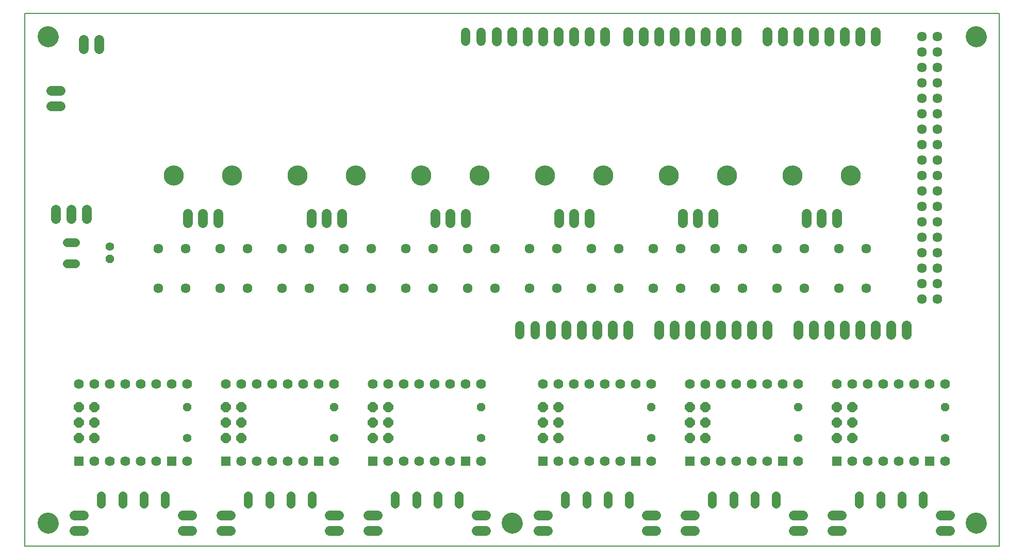
<source format=gbs>
G75*
%MOIN*%
%OFA0B0*%
%FSLAX25Y25*%
%IPPOS*%
%LPD*%
%AMOC8*
5,1,8,0,0,1.08239X$1,22.5*
%
%ADD10C,0.00600*%
%ADD11C,0.05600*%
%ADD12OC8,0.05600*%
%ADD13OC8,0.06400*%
%ADD14C,0.06400*%
%ADD15C,0.06400*%
%ADD16R,0.06400X0.06400*%
%ADD17C,0.06337*%
%ADD18C,0.13061*%
%ADD19C,0.06337*%
%ADD20C,0.05746*%
%ADD21C,0.06000*%
%ADD22C,0.00000*%
%ADD23C,0.13400*%
D10*
X0047595Y0011551D02*
X0677595Y0011551D01*
X0677595Y0356551D01*
X0047595Y0356551D01*
X0047595Y0011551D01*
D11*
X0152595Y0081551D03*
X0247595Y0081551D03*
X0342595Y0081551D03*
X0452595Y0081551D03*
X0547595Y0081551D03*
X0642595Y0081551D03*
X0102595Y0205551D03*
D12*
X0102595Y0197551D03*
X0152595Y0101551D03*
X0247595Y0101551D03*
X0342595Y0101551D03*
X0452595Y0101551D03*
X0547595Y0101551D03*
X0642595Y0101551D03*
D13*
X0582595Y0101551D03*
X0572595Y0101551D03*
X0572595Y0091551D03*
X0582595Y0091551D03*
X0582595Y0081551D03*
X0572595Y0081551D03*
X0487595Y0081551D03*
X0477595Y0081551D03*
X0477595Y0091551D03*
X0487595Y0091551D03*
X0487595Y0101551D03*
X0477595Y0101551D03*
X0392595Y0101551D03*
X0382595Y0101551D03*
X0382595Y0091551D03*
X0392595Y0091551D03*
X0392595Y0081551D03*
X0382595Y0081551D03*
X0282595Y0081551D03*
X0272595Y0081551D03*
X0272595Y0091551D03*
X0282595Y0091551D03*
X0282595Y0101551D03*
X0272595Y0101551D03*
X0187595Y0101551D03*
X0177595Y0101551D03*
X0177595Y0091551D03*
X0187595Y0091551D03*
X0187595Y0081551D03*
X0177595Y0081551D03*
X0092595Y0081551D03*
X0082595Y0081551D03*
X0082595Y0091551D03*
X0092595Y0091551D03*
X0092595Y0101551D03*
X0082595Y0101551D03*
D14*
X0079595Y0031551D02*
X0085595Y0031551D01*
X0085595Y0021551D02*
X0079595Y0021551D01*
X0149595Y0021551D02*
X0155595Y0021551D01*
X0155595Y0031551D02*
X0149595Y0031551D01*
X0174595Y0031551D02*
X0180595Y0031551D01*
X0180595Y0021551D02*
X0174595Y0021551D01*
X0244595Y0021551D02*
X0250595Y0021551D01*
X0250595Y0031551D02*
X0244595Y0031551D01*
X0269595Y0031551D02*
X0275595Y0031551D01*
X0275595Y0021551D02*
X0269595Y0021551D01*
X0339595Y0021551D02*
X0345595Y0021551D01*
X0345595Y0031551D02*
X0339595Y0031551D01*
X0379595Y0031551D02*
X0385595Y0031551D01*
X0385595Y0021551D02*
X0379595Y0021551D01*
X0449595Y0021551D02*
X0455595Y0021551D01*
X0474595Y0021551D02*
X0480595Y0021551D01*
X0480595Y0031551D02*
X0474595Y0031551D01*
X0455595Y0031551D02*
X0449595Y0031551D01*
X0544595Y0031551D02*
X0550595Y0031551D01*
X0569595Y0031551D02*
X0575595Y0031551D01*
X0575595Y0021551D02*
X0569595Y0021551D01*
X0550595Y0021551D02*
X0544595Y0021551D01*
X0639595Y0021551D02*
X0645595Y0021551D01*
X0645595Y0031551D02*
X0639595Y0031551D01*
X0095595Y0333551D02*
X0095595Y0339551D01*
X0085595Y0339551D02*
X0085595Y0333551D01*
X0070595Y0306551D02*
X0064595Y0306551D01*
X0064595Y0296551D02*
X0070595Y0296551D01*
D15*
X0082595Y0116551D03*
X0092595Y0116551D03*
X0102595Y0116551D03*
X0112595Y0116551D03*
X0122595Y0116551D03*
X0132595Y0116551D03*
X0142595Y0116551D03*
X0152595Y0116551D03*
X0177595Y0116551D03*
X0187595Y0116551D03*
X0197595Y0116551D03*
X0207595Y0116551D03*
X0217595Y0116551D03*
X0227595Y0116551D03*
X0237595Y0116551D03*
X0247595Y0116551D03*
X0272595Y0116551D03*
X0282595Y0116551D03*
X0292595Y0116551D03*
X0302595Y0116551D03*
X0312595Y0116551D03*
X0322595Y0116551D03*
X0332595Y0116551D03*
X0342595Y0116551D03*
X0382595Y0116551D03*
X0392595Y0116551D03*
X0402595Y0116551D03*
X0412595Y0116551D03*
X0422595Y0116551D03*
X0432595Y0116551D03*
X0442595Y0116551D03*
X0452595Y0116551D03*
X0477595Y0116551D03*
X0487595Y0116551D03*
X0497595Y0116551D03*
X0507595Y0116551D03*
X0517595Y0116551D03*
X0527595Y0116551D03*
X0537595Y0116551D03*
X0547595Y0116551D03*
X0572595Y0116551D03*
X0582595Y0116551D03*
X0592595Y0116551D03*
X0602595Y0116551D03*
X0612595Y0116551D03*
X0622595Y0116551D03*
X0632595Y0116551D03*
X0642595Y0116551D03*
X0642595Y0066551D03*
X0622595Y0066551D03*
X0612595Y0066551D03*
X0602595Y0066551D03*
X0592595Y0066551D03*
X0582595Y0066551D03*
X0547595Y0066551D03*
X0527595Y0066551D03*
X0517595Y0066551D03*
X0507595Y0066551D03*
X0497595Y0066551D03*
X0487595Y0066551D03*
X0452595Y0066551D03*
X0432595Y0066551D03*
X0422595Y0066551D03*
X0412595Y0066551D03*
X0402595Y0066551D03*
X0392595Y0066551D03*
X0342595Y0066551D03*
X0322595Y0066551D03*
X0312595Y0066551D03*
X0302595Y0066551D03*
X0292595Y0066551D03*
X0282595Y0066551D03*
X0247595Y0066551D03*
X0227595Y0066551D03*
X0217595Y0066551D03*
X0207595Y0066551D03*
X0197595Y0066551D03*
X0187595Y0066551D03*
X0152595Y0066551D03*
X0132595Y0066551D03*
X0122595Y0066551D03*
X0112595Y0066551D03*
X0102595Y0066551D03*
X0092595Y0066551D03*
D16*
X0082595Y0066551D03*
X0142595Y0066551D03*
X0177595Y0066551D03*
X0237595Y0066551D03*
X0272595Y0066551D03*
X0332595Y0066551D03*
X0382595Y0066551D03*
X0442595Y0066551D03*
X0477595Y0066551D03*
X0537595Y0066551D03*
X0572595Y0066551D03*
X0632595Y0066551D03*
D17*
X0617595Y0148583D02*
X0617595Y0154520D01*
X0607595Y0154520D02*
X0607595Y0148583D01*
X0597595Y0148583D02*
X0597595Y0154520D01*
X0587595Y0154520D02*
X0587595Y0148583D01*
X0577595Y0148583D02*
X0577595Y0154520D01*
X0567595Y0154520D02*
X0567595Y0148583D01*
X0557595Y0148583D02*
X0557595Y0154520D01*
X0547595Y0154520D02*
X0547595Y0148583D01*
X0527595Y0148583D02*
X0527595Y0154520D01*
X0517595Y0154520D02*
X0517595Y0148583D01*
X0507595Y0148583D02*
X0507595Y0154520D01*
X0497595Y0154520D02*
X0497595Y0148583D01*
X0487595Y0148583D02*
X0487595Y0154520D01*
X0477595Y0154520D02*
X0477595Y0148583D01*
X0467595Y0148583D02*
X0467595Y0154520D01*
X0457595Y0154520D02*
X0457595Y0148583D01*
X0437595Y0148583D02*
X0437595Y0154520D01*
X0427595Y0154520D02*
X0427595Y0148583D01*
X0417595Y0148583D02*
X0417595Y0154520D01*
X0407595Y0154520D02*
X0407595Y0148583D01*
X0397595Y0148583D02*
X0397595Y0154520D01*
X0387595Y0154520D02*
X0387595Y0148583D01*
X0392753Y0221024D02*
X0392753Y0226961D01*
X0402595Y0226961D02*
X0402595Y0221024D01*
X0412438Y0221024D02*
X0412438Y0226961D01*
X0472753Y0226961D02*
X0472753Y0221024D01*
X0482595Y0221024D02*
X0482595Y0226961D01*
X0492438Y0226961D02*
X0492438Y0221024D01*
X0552753Y0221024D02*
X0552753Y0226961D01*
X0562595Y0226961D02*
X0562595Y0221024D01*
X0572438Y0221024D02*
X0572438Y0226961D01*
X0567595Y0338583D02*
X0567595Y0344520D01*
X0557595Y0344520D02*
X0557595Y0338583D01*
X0547595Y0338583D02*
X0547595Y0344520D01*
X0537595Y0344520D02*
X0537595Y0338583D01*
X0527595Y0338583D02*
X0527595Y0344520D01*
X0507595Y0344520D02*
X0507595Y0338583D01*
X0497595Y0338583D02*
X0497595Y0344520D01*
X0487595Y0344520D02*
X0487595Y0338583D01*
X0477595Y0338583D02*
X0477595Y0344520D01*
X0467595Y0344520D02*
X0467595Y0338583D01*
X0457595Y0338583D02*
X0457595Y0344520D01*
X0447595Y0344520D02*
X0447595Y0338583D01*
X0437595Y0338583D02*
X0437595Y0344520D01*
X0422595Y0344520D02*
X0422595Y0338583D01*
X0412595Y0338583D02*
X0412595Y0344520D01*
X0402595Y0344520D02*
X0402595Y0338583D01*
X0392595Y0338583D02*
X0392595Y0344520D01*
X0382595Y0344520D02*
X0382595Y0338583D01*
X0372595Y0338583D02*
X0372595Y0344520D01*
X0362595Y0344520D02*
X0362595Y0338583D01*
X0352595Y0338583D02*
X0352595Y0344520D01*
X0332438Y0226961D02*
X0332438Y0221024D01*
X0322595Y0221024D02*
X0322595Y0226961D01*
X0312753Y0226961D02*
X0312753Y0221024D01*
X0252438Y0221024D02*
X0252438Y0226961D01*
X0242595Y0226961D02*
X0242595Y0221024D01*
X0232753Y0221024D02*
X0232753Y0226961D01*
X0172438Y0226961D02*
X0172438Y0221024D01*
X0162595Y0221024D02*
X0162595Y0226961D01*
X0152753Y0226961D02*
X0152753Y0221024D01*
X0087595Y0223583D02*
X0087595Y0229520D01*
X0077595Y0229520D02*
X0077595Y0223583D01*
X0067595Y0223583D02*
X0067595Y0229520D01*
X0577595Y0338583D02*
X0577595Y0344520D01*
X0587595Y0344520D02*
X0587595Y0338583D01*
X0597595Y0338583D02*
X0597595Y0344520D01*
D18*
X0581493Y0251551D03*
X0543698Y0251551D03*
X0501493Y0251551D03*
X0463698Y0251551D03*
X0421493Y0251551D03*
X0383698Y0251551D03*
X0341493Y0251551D03*
X0303698Y0251551D03*
X0261493Y0251551D03*
X0223698Y0251551D03*
X0181493Y0251551D03*
X0143698Y0251551D03*
D19*
X0151453Y0204346D03*
X0133737Y0204268D03*
X0133737Y0178756D03*
X0151453Y0178756D03*
X0173737Y0178756D03*
X0191453Y0178756D03*
X0213737Y0178756D03*
X0231453Y0178756D03*
X0253737Y0178756D03*
X0271453Y0178756D03*
X0293737Y0178756D03*
X0311453Y0178756D03*
X0333737Y0178756D03*
X0351453Y0178756D03*
X0373737Y0178756D03*
X0391453Y0178756D03*
X0413737Y0178756D03*
X0431453Y0178756D03*
X0453737Y0178756D03*
X0471453Y0178756D03*
X0493737Y0178756D03*
X0511453Y0178756D03*
X0533737Y0178756D03*
X0551453Y0178756D03*
X0573737Y0178756D03*
X0591453Y0178756D03*
X0627595Y0181551D03*
X0637595Y0181551D03*
X0637595Y0191551D03*
X0627595Y0191551D03*
X0627595Y0201551D03*
X0637595Y0201551D03*
X0637595Y0211551D03*
X0627595Y0211551D03*
X0627595Y0221551D03*
X0637595Y0221551D03*
X0637595Y0231551D03*
X0627595Y0231551D03*
X0627595Y0241551D03*
X0637595Y0241551D03*
X0637595Y0251551D03*
X0627595Y0251551D03*
X0627595Y0261551D03*
X0637595Y0261551D03*
X0637595Y0271551D03*
X0627595Y0271551D03*
X0627595Y0281551D03*
X0637595Y0281551D03*
X0637595Y0291551D03*
X0627595Y0291551D03*
X0627595Y0301551D03*
X0637595Y0301551D03*
X0637595Y0311551D03*
X0627595Y0311551D03*
X0627595Y0321551D03*
X0637595Y0321551D03*
X0637595Y0331551D03*
X0627595Y0331551D03*
X0627595Y0341551D03*
X0637595Y0341551D03*
X0591453Y0204346D03*
X0573737Y0204268D03*
X0551453Y0204346D03*
X0533737Y0204268D03*
X0511453Y0204346D03*
X0493737Y0204268D03*
X0471453Y0204346D03*
X0453737Y0204268D03*
X0431453Y0204346D03*
X0413737Y0204268D03*
X0391453Y0204346D03*
X0373737Y0204268D03*
X0351453Y0204346D03*
X0333737Y0204268D03*
X0311453Y0204346D03*
X0293737Y0204268D03*
X0271453Y0204346D03*
X0253737Y0204268D03*
X0231453Y0204346D03*
X0213737Y0204268D03*
X0191453Y0204346D03*
X0173737Y0204268D03*
X0627595Y0171551D03*
X0637595Y0171551D03*
D20*
X0628264Y0044224D02*
X0628264Y0038878D01*
X0614485Y0038878D02*
X0614485Y0044224D01*
X0600705Y0044224D02*
X0600705Y0038878D01*
X0586926Y0038878D02*
X0586926Y0044224D01*
X0533264Y0044224D02*
X0533264Y0038878D01*
X0519485Y0038878D02*
X0519485Y0044224D01*
X0505705Y0044224D02*
X0505705Y0038878D01*
X0491926Y0038878D02*
X0491926Y0044224D01*
X0438264Y0044224D02*
X0438264Y0038878D01*
X0424485Y0038878D02*
X0424485Y0044224D01*
X0410705Y0044224D02*
X0410705Y0038878D01*
X0396926Y0038878D02*
X0396926Y0044224D01*
X0328264Y0044224D02*
X0328264Y0038878D01*
X0314485Y0038878D02*
X0314485Y0044224D01*
X0300705Y0044224D02*
X0300705Y0038878D01*
X0286926Y0038878D02*
X0286926Y0044224D01*
X0233264Y0044224D02*
X0233264Y0038878D01*
X0219485Y0038878D02*
X0219485Y0044224D01*
X0205705Y0044224D02*
X0205705Y0038878D01*
X0191926Y0038878D02*
X0191926Y0044224D01*
X0138264Y0044224D02*
X0138264Y0038878D01*
X0124485Y0038878D02*
X0124485Y0044224D01*
X0110705Y0044224D02*
X0110705Y0038878D01*
X0096926Y0038878D02*
X0096926Y0044224D01*
X0080268Y0194661D02*
X0074922Y0194661D01*
X0074922Y0208441D02*
X0080268Y0208441D01*
D21*
X0332595Y0338751D02*
X0332595Y0344351D01*
X0342595Y0344351D02*
X0342595Y0338751D01*
X0367595Y0154351D02*
X0367595Y0148751D01*
X0377595Y0148751D02*
X0377595Y0154351D01*
D22*
X0356095Y0026551D02*
X0356097Y0026712D01*
X0356103Y0026872D01*
X0356113Y0027033D01*
X0356127Y0027193D01*
X0356145Y0027353D01*
X0356166Y0027512D01*
X0356192Y0027671D01*
X0356222Y0027829D01*
X0356255Y0027986D01*
X0356293Y0028143D01*
X0356334Y0028298D01*
X0356379Y0028452D01*
X0356428Y0028605D01*
X0356481Y0028757D01*
X0356537Y0028908D01*
X0356598Y0029057D01*
X0356661Y0029205D01*
X0356729Y0029351D01*
X0356800Y0029495D01*
X0356874Y0029637D01*
X0356952Y0029778D01*
X0357034Y0029916D01*
X0357119Y0030053D01*
X0357207Y0030187D01*
X0357299Y0030319D01*
X0357394Y0030449D01*
X0357492Y0030577D01*
X0357593Y0030702D01*
X0357697Y0030824D01*
X0357804Y0030944D01*
X0357914Y0031061D01*
X0358027Y0031176D01*
X0358143Y0031287D01*
X0358262Y0031396D01*
X0358383Y0031501D01*
X0358507Y0031604D01*
X0358633Y0031704D01*
X0358761Y0031800D01*
X0358892Y0031893D01*
X0359026Y0031983D01*
X0359161Y0032070D01*
X0359299Y0032153D01*
X0359438Y0032233D01*
X0359580Y0032309D01*
X0359723Y0032382D01*
X0359868Y0032451D01*
X0360015Y0032517D01*
X0360163Y0032579D01*
X0360313Y0032637D01*
X0360464Y0032692D01*
X0360617Y0032743D01*
X0360771Y0032790D01*
X0360926Y0032833D01*
X0361082Y0032872D01*
X0361238Y0032908D01*
X0361396Y0032939D01*
X0361554Y0032967D01*
X0361713Y0032991D01*
X0361873Y0033011D01*
X0362033Y0033027D01*
X0362193Y0033039D01*
X0362354Y0033047D01*
X0362515Y0033051D01*
X0362675Y0033051D01*
X0362836Y0033047D01*
X0362997Y0033039D01*
X0363157Y0033027D01*
X0363317Y0033011D01*
X0363477Y0032991D01*
X0363636Y0032967D01*
X0363794Y0032939D01*
X0363952Y0032908D01*
X0364108Y0032872D01*
X0364264Y0032833D01*
X0364419Y0032790D01*
X0364573Y0032743D01*
X0364726Y0032692D01*
X0364877Y0032637D01*
X0365027Y0032579D01*
X0365175Y0032517D01*
X0365322Y0032451D01*
X0365467Y0032382D01*
X0365610Y0032309D01*
X0365752Y0032233D01*
X0365891Y0032153D01*
X0366029Y0032070D01*
X0366164Y0031983D01*
X0366298Y0031893D01*
X0366429Y0031800D01*
X0366557Y0031704D01*
X0366683Y0031604D01*
X0366807Y0031501D01*
X0366928Y0031396D01*
X0367047Y0031287D01*
X0367163Y0031176D01*
X0367276Y0031061D01*
X0367386Y0030944D01*
X0367493Y0030824D01*
X0367597Y0030702D01*
X0367698Y0030577D01*
X0367796Y0030449D01*
X0367891Y0030319D01*
X0367983Y0030187D01*
X0368071Y0030053D01*
X0368156Y0029916D01*
X0368238Y0029778D01*
X0368316Y0029637D01*
X0368390Y0029495D01*
X0368461Y0029351D01*
X0368529Y0029205D01*
X0368592Y0029057D01*
X0368653Y0028908D01*
X0368709Y0028757D01*
X0368762Y0028605D01*
X0368811Y0028452D01*
X0368856Y0028298D01*
X0368897Y0028143D01*
X0368935Y0027986D01*
X0368968Y0027829D01*
X0368998Y0027671D01*
X0369024Y0027512D01*
X0369045Y0027353D01*
X0369063Y0027193D01*
X0369077Y0027033D01*
X0369087Y0026872D01*
X0369093Y0026712D01*
X0369095Y0026551D01*
X0369093Y0026390D01*
X0369087Y0026230D01*
X0369077Y0026069D01*
X0369063Y0025909D01*
X0369045Y0025749D01*
X0369024Y0025590D01*
X0368998Y0025431D01*
X0368968Y0025273D01*
X0368935Y0025116D01*
X0368897Y0024959D01*
X0368856Y0024804D01*
X0368811Y0024650D01*
X0368762Y0024497D01*
X0368709Y0024345D01*
X0368653Y0024194D01*
X0368592Y0024045D01*
X0368529Y0023897D01*
X0368461Y0023751D01*
X0368390Y0023607D01*
X0368316Y0023465D01*
X0368238Y0023324D01*
X0368156Y0023186D01*
X0368071Y0023049D01*
X0367983Y0022915D01*
X0367891Y0022783D01*
X0367796Y0022653D01*
X0367698Y0022525D01*
X0367597Y0022400D01*
X0367493Y0022278D01*
X0367386Y0022158D01*
X0367276Y0022041D01*
X0367163Y0021926D01*
X0367047Y0021815D01*
X0366928Y0021706D01*
X0366807Y0021601D01*
X0366683Y0021498D01*
X0366557Y0021398D01*
X0366429Y0021302D01*
X0366298Y0021209D01*
X0366164Y0021119D01*
X0366029Y0021032D01*
X0365891Y0020949D01*
X0365752Y0020869D01*
X0365610Y0020793D01*
X0365467Y0020720D01*
X0365322Y0020651D01*
X0365175Y0020585D01*
X0365027Y0020523D01*
X0364877Y0020465D01*
X0364726Y0020410D01*
X0364573Y0020359D01*
X0364419Y0020312D01*
X0364264Y0020269D01*
X0364108Y0020230D01*
X0363952Y0020194D01*
X0363794Y0020163D01*
X0363636Y0020135D01*
X0363477Y0020111D01*
X0363317Y0020091D01*
X0363157Y0020075D01*
X0362997Y0020063D01*
X0362836Y0020055D01*
X0362675Y0020051D01*
X0362515Y0020051D01*
X0362354Y0020055D01*
X0362193Y0020063D01*
X0362033Y0020075D01*
X0361873Y0020091D01*
X0361713Y0020111D01*
X0361554Y0020135D01*
X0361396Y0020163D01*
X0361238Y0020194D01*
X0361082Y0020230D01*
X0360926Y0020269D01*
X0360771Y0020312D01*
X0360617Y0020359D01*
X0360464Y0020410D01*
X0360313Y0020465D01*
X0360163Y0020523D01*
X0360015Y0020585D01*
X0359868Y0020651D01*
X0359723Y0020720D01*
X0359580Y0020793D01*
X0359438Y0020869D01*
X0359299Y0020949D01*
X0359161Y0021032D01*
X0359026Y0021119D01*
X0358892Y0021209D01*
X0358761Y0021302D01*
X0358633Y0021398D01*
X0358507Y0021498D01*
X0358383Y0021601D01*
X0358262Y0021706D01*
X0358143Y0021815D01*
X0358027Y0021926D01*
X0357914Y0022041D01*
X0357804Y0022158D01*
X0357697Y0022278D01*
X0357593Y0022400D01*
X0357492Y0022525D01*
X0357394Y0022653D01*
X0357299Y0022783D01*
X0357207Y0022915D01*
X0357119Y0023049D01*
X0357034Y0023186D01*
X0356952Y0023324D01*
X0356874Y0023465D01*
X0356800Y0023607D01*
X0356729Y0023751D01*
X0356661Y0023897D01*
X0356598Y0024045D01*
X0356537Y0024194D01*
X0356481Y0024345D01*
X0356428Y0024497D01*
X0356379Y0024650D01*
X0356334Y0024804D01*
X0356293Y0024959D01*
X0356255Y0025116D01*
X0356222Y0025273D01*
X0356192Y0025431D01*
X0356166Y0025590D01*
X0356145Y0025749D01*
X0356127Y0025909D01*
X0356113Y0026069D01*
X0356103Y0026230D01*
X0356097Y0026390D01*
X0356095Y0026551D01*
X0056095Y0026551D02*
X0056097Y0026712D01*
X0056103Y0026872D01*
X0056113Y0027033D01*
X0056127Y0027193D01*
X0056145Y0027353D01*
X0056166Y0027512D01*
X0056192Y0027671D01*
X0056222Y0027829D01*
X0056255Y0027986D01*
X0056293Y0028143D01*
X0056334Y0028298D01*
X0056379Y0028452D01*
X0056428Y0028605D01*
X0056481Y0028757D01*
X0056537Y0028908D01*
X0056598Y0029057D01*
X0056661Y0029205D01*
X0056729Y0029351D01*
X0056800Y0029495D01*
X0056874Y0029637D01*
X0056952Y0029778D01*
X0057034Y0029916D01*
X0057119Y0030053D01*
X0057207Y0030187D01*
X0057299Y0030319D01*
X0057394Y0030449D01*
X0057492Y0030577D01*
X0057593Y0030702D01*
X0057697Y0030824D01*
X0057804Y0030944D01*
X0057914Y0031061D01*
X0058027Y0031176D01*
X0058143Y0031287D01*
X0058262Y0031396D01*
X0058383Y0031501D01*
X0058507Y0031604D01*
X0058633Y0031704D01*
X0058761Y0031800D01*
X0058892Y0031893D01*
X0059026Y0031983D01*
X0059161Y0032070D01*
X0059299Y0032153D01*
X0059438Y0032233D01*
X0059580Y0032309D01*
X0059723Y0032382D01*
X0059868Y0032451D01*
X0060015Y0032517D01*
X0060163Y0032579D01*
X0060313Y0032637D01*
X0060464Y0032692D01*
X0060617Y0032743D01*
X0060771Y0032790D01*
X0060926Y0032833D01*
X0061082Y0032872D01*
X0061238Y0032908D01*
X0061396Y0032939D01*
X0061554Y0032967D01*
X0061713Y0032991D01*
X0061873Y0033011D01*
X0062033Y0033027D01*
X0062193Y0033039D01*
X0062354Y0033047D01*
X0062515Y0033051D01*
X0062675Y0033051D01*
X0062836Y0033047D01*
X0062997Y0033039D01*
X0063157Y0033027D01*
X0063317Y0033011D01*
X0063477Y0032991D01*
X0063636Y0032967D01*
X0063794Y0032939D01*
X0063952Y0032908D01*
X0064108Y0032872D01*
X0064264Y0032833D01*
X0064419Y0032790D01*
X0064573Y0032743D01*
X0064726Y0032692D01*
X0064877Y0032637D01*
X0065027Y0032579D01*
X0065175Y0032517D01*
X0065322Y0032451D01*
X0065467Y0032382D01*
X0065610Y0032309D01*
X0065752Y0032233D01*
X0065891Y0032153D01*
X0066029Y0032070D01*
X0066164Y0031983D01*
X0066298Y0031893D01*
X0066429Y0031800D01*
X0066557Y0031704D01*
X0066683Y0031604D01*
X0066807Y0031501D01*
X0066928Y0031396D01*
X0067047Y0031287D01*
X0067163Y0031176D01*
X0067276Y0031061D01*
X0067386Y0030944D01*
X0067493Y0030824D01*
X0067597Y0030702D01*
X0067698Y0030577D01*
X0067796Y0030449D01*
X0067891Y0030319D01*
X0067983Y0030187D01*
X0068071Y0030053D01*
X0068156Y0029916D01*
X0068238Y0029778D01*
X0068316Y0029637D01*
X0068390Y0029495D01*
X0068461Y0029351D01*
X0068529Y0029205D01*
X0068592Y0029057D01*
X0068653Y0028908D01*
X0068709Y0028757D01*
X0068762Y0028605D01*
X0068811Y0028452D01*
X0068856Y0028298D01*
X0068897Y0028143D01*
X0068935Y0027986D01*
X0068968Y0027829D01*
X0068998Y0027671D01*
X0069024Y0027512D01*
X0069045Y0027353D01*
X0069063Y0027193D01*
X0069077Y0027033D01*
X0069087Y0026872D01*
X0069093Y0026712D01*
X0069095Y0026551D01*
X0069093Y0026390D01*
X0069087Y0026230D01*
X0069077Y0026069D01*
X0069063Y0025909D01*
X0069045Y0025749D01*
X0069024Y0025590D01*
X0068998Y0025431D01*
X0068968Y0025273D01*
X0068935Y0025116D01*
X0068897Y0024959D01*
X0068856Y0024804D01*
X0068811Y0024650D01*
X0068762Y0024497D01*
X0068709Y0024345D01*
X0068653Y0024194D01*
X0068592Y0024045D01*
X0068529Y0023897D01*
X0068461Y0023751D01*
X0068390Y0023607D01*
X0068316Y0023465D01*
X0068238Y0023324D01*
X0068156Y0023186D01*
X0068071Y0023049D01*
X0067983Y0022915D01*
X0067891Y0022783D01*
X0067796Y0022653D01*
X0067698Y0022525D01*
X0067597Y0022400D01*
X0067493Y0022278D01*
X0067386Y0022158D01*
X0067276Y0022041D01*
X0067163Y0021926D01*
X0067047Y0021815D01*
X0066928Y0021706D01*
X0066807Y0021601D01*
X0066683Y0021498D01*
X0066557Y0021398D01*
X0066429Y0021302D01*
X0066298Y0021209D01*
X0066164Y0021119D01*
X0066029Y0021032D01*
X0065891Y0020949D01*
X0065752Y0020869D01*
X0065610Y0020793D01*
X0065467Y0020720D01*
X0065322Y0020651D01*
X0065175Y0020585D01*
X0065027Y0020523D01*
X0064877Y0020465D01*
X0064726Y0020410D01*
X0064573Y0020359D01*
X0064419Y0020312D01*
X0064264Y0020269D01*
X0064108Y0020230D01*
X0063952Y0020194D01*
X0063794Y0020163D01*
X0063636Y0020135D01*
X0063477Y0020111D01*
X0063317Y0020091D01*
X0063157Y0020075D01*
X0062997Y0020063D01*
X0062836Y0020055D01*
X0062675Y0020051D01*
X0062515Y0020051D01*
X0062354Y0020055D01*
X0062193Y0020063D01*
X0062033Y0020075D01*
X0061873Y0020091D01*
X0061713Y0020111D01*
X0061554Y0020135D01*
X0061396Y0020163D01*
X0061238Y0020194D01*
X0061082Y0020230D01*
X0060926Y0020269D01*
X0060771Y0020312D01*
X0060617Y0020359D01*
X0060464Y0020410D01*
X0060313Y0020465D01*
X0060163Y0020523D01*
X0060015Y0020585D01*
X0059868Y0020651D01*
X0059723Y0020720D01*
X0059580Y0020793D01*
X0059438Y0020869D01*
X0059299Y0020949D01*
X0059161Y0021032D01*
X0059026Y0021119D01*
X0058892Y0021209D01*
X0058761Y0021302D01*
X0058633Y0021398D01*
X0058507Y0021498D01*
X0058383Y0021601D01*
X0058262Y0021706D01*
X0058143Y0021815D01*
X0058027Y0021926D01*
X0057914Y0022041D01*
X0057804Y0022158D01*
X0057697Y0022278D01*
X0057593Y0022400D01*
X0057492Y0022525D01*
X0057394Y0022653D01*
X0057299Y0022783D01*
X0057207Y0022915D01*
X0057119Y0023049D01*
X0057034Y0023186D01*
X0056952Y0023324D01*
X0056874Y0023465D01*
X0056800Y0023607D01*
X0056729Y0023751D01*
X0056661Y0023897D01*
X0056598Y0024045D01*
X0056537Y0024194D01*
X0056481Y0024345D01*
X0056428Y0024497D01*
X0056379Y0024650D01*
X0056334Y0024804D01*
X0056293Y0024959D01*
X0056255Y0025116D01*
X0056222Y0025273D01*
X0056192Y0025431D01*
X0056166Y0025590D01*
X0056145Y0025749D01*
X0056127Y0025909D01*
X0056113Y0026069D01*
X0056103Y0026230D01*
X0056097Y0026390D01*
X0056095Y0026551D01*
X0056095Y0341551D02*
X0056097Y0341712D01*
X0056103Y0341872D01*
X0056113Y0342033D01*
X0056127Y0342193D01*
X0056145Y0342353D01*
X0056166Y0342512D01*
X0056192Y0342671D01*
X0056222Y0342829D01*
X0056255Y0342986D01*
X0056293Y0343143D01*
X0056334Y0343298D01*
X0056379Y0343452D01*
X0056428Y0343605D01*
X0056481Y0343757D01*
X0056537Y0343908D01*
X0056598Y0344057D01*
X0056661Y0344205D01*
X0056729Y0344351D01*
X0056800Y0344495D01*
X0056874Y0344637D01*
X0056952Y0344778D01*
X0057034Y0344916D01*
X0057119Y0345053D01*
X0057207Y0345187D01*
X0057299Y0345319D01*
X0057394Y0345449D01*
X0057492Y0345577D01*
X0057593Y0345702D01*
X0057697Y0345824D01*
X0057804Y0345944D01*
X0057914Y0346061D01*
X0058027Y0346176D01*
X0058143Y0346287D01*
X0058262Y0346396D01*
X0058383Y0346501D01*
X0058507Y0346604D01*
X0058633Y0346704D01*
X0058761Y0346800D01*
X0058892Y0346893D01*
X0059026Y0346983D01*
X0059161Y0347070D01*
X0059299Y0347153D01*
X0059438Y0347233D01*
X0059580Y0347309D01*
X0059723Y0347382D01*
X0059868Y0347451D01*
X0060015Y0347517D01*
X0060163Y0347579D01*
X0060313Y0347637D01*
X0060464Y0347692D01*
X0060617Y0347743D01*
X0060771Y0347790D01*
X0060926Y0347833D01*
X0061082Y0347872D01*
X0061238Y0347908D01*
X0061396Y0347939D01*
X0061554Y0347967D01*
X0061713Y0347991D01*
X0061873Y0348011D01*
X0062033Y0348027D01*
X0062193Y0348039D01*
X0062354Y0348047D01*
X0062515Y0348051D01*
X0062675Y0348051D01*
X0062836Y0348047D01*
X0062997Y0348039D01*
X0063157Y0348027D01*
X0063317Y0348011D01*
X0063477Y0347991D01*
X0063636Y0347967D01*
X0063794Y0347939D01*
X0063952Y0347908D01*
X0064108Y0347872D01*
X0064264Y0347833D01*
X0064419Y0347790D01*
X0064573Y0347743D01*
X0064726Y0347692D01*
X0064877Y0347637D01*
X0065027Y0347579D01*
X0065175Y0347517D01*
X0065322Y0347451D01*
X0065467Y0347382D01*
X0065610Y0347309D01*
X0065752Y0347233D01*
X0065891Y0347153D01*
X0066029Y0347070D01*
X0066164Y0346983D01*
X0066298Y0346893D01*
X0066429Y0346800D01*
X0066557Y0346704D01*
X0066683Y0346604D01*
X0066807Y0346501D01*
X0066928Y0346396D01*
X0067047Y0346287D01*
X0067163Y0346176D01*
X0067276Y0346061D01*
X0067386Y0345944D01*
X0067493Y0345824D01*
X0067597Y0345702D01*
X0067698Y0345577D01*
X0067796Y0345449D01*
X0067891Y0345319D01*
X0067983Y0345187D01*
X0068071Y0345053D01*
X0068156Y0344916D01*
X0068238Y0344778D01*
X0068316Y0344637D01*
X0068390Y0344495D01*
X0068461Y0344351D01*
X0068529Y0344205D01*
X0068592Y0344057D01*
X0068653Y0343908D01*
X0068709Y0343757D01*
X0068762Y0343605D01*
X0068811Y0343452D01*
X0068856Y0343298D01*
X0068897Y0343143D01*
X0068935Y0342986D01*
X0068968Y0342829D01*
X0068998Y0342671D01*
X0069024Y0342512D01*
X0069045Y0342353D01*
X0069063Y0342193D01*
X0069077Y0342033D01*
X0069087Y0341872D01*
X0069093Y0341712D01*
X0069095Y0341551D01*
X0069093Y0341390D01*
X0069087Y0341230D01*
X0069077Y0341069D01*
X0069063Y0340909D01*
X0069045Y0340749D01*
X0069024Y0340590D01*
X0068998Y0340431D01*
X0068968Y0340273D01*
X0068935Y0340116D01*
X0068897Y0339959D01*
X0068856Y0339804D01*
X0068811Y0339650D01*
X0068762Y0339497D01*
X0068709Y0339345D01*
X0068653Y0339194D01*
X0068592Y0339045D01*
X0068529Y0338897D01*
X0068461Y0338751D01*
X0068390Y0338607D01*
X0068316Y0338465D01*
X0068238Y0338324D01*
X0068156Y0338186D01*
X0068071Y0338049D01*
X0067983Y0337915D01*
X0067891Y0337783D01*
X0067796Y0337653D01*
X0067698Y0337525D01*
X0067597Y0337400D01*
X0067493Y0337278D01*
X0067386Y0337158D01*
X0067276Y0337041D01*
X0067163Y0336926D01*
X0067047Y0336815D01*
X0066928Y0336706D01*
X0066807Y0336601D01*
X0066683Y0336498D01*
X0066557Y0336398D01*
X0066429Y0336302D01*
X0066298Y0336209D01*
X0066164Y0336119D01*
X0066029Y0336032D01*
X0065891Y0335949D01*
X0065752Y0335869D01*
X0065610Y0335793D01*
X0065467Y0335720D01*
X0065322Y0335651D01*
X0065175Y0335585D01*
X0065027Y0335523D01*
X0064877Y0335465D01*
X0064726Y0335410D01*
X0064573Y0335359D01*
X0064419Y0335312D01*
X0064264Y0335269D01*
X0064108Y0335230D01*
X0063952Y0335194D01*
X0063794Y0335163D01*
X0063636Y0335135D01*
X0063477Y0335111D01*
X0063317Y0335091D01*
X0063157Y0335075D01*
X0062997Y0335063D01*
X0062836Y0335055D01*
X0062675Y0335051D01*
X0062515Y0335051D01*
X0062354Y0335055D01*
X0062193Y0335063D01*
X0062033Y0335075D01*
X0061873Y0335091D01*
X0061713Y0335111D01*
X0061554Y0335135D01*
X0061396Y0335163D01*
X0061238Y0335194D01*
X0061082Y0335230D01*
X0060926Y0335269D01*
X0060771Y0335312D01*
X0060617Y0335359D01*
X0060464Y0335410D01*
X0060313Y0335465D01*
X0060163Y0335523D01*
X0060015Y0335585D01*
X0059868Y0335651D01*
X0059723Y0335720D01*
X0059580Y0335793D01*
X0059438Y0335869D01*
X0059299Y0335949D01*
X0059161Y0336032D01*
X0059026Y0336119D01*
X0058892Y0336209D01*
X0058761Y0336302D01*
X0058633Y0336398D01*
X0058507Y0336498D01*
X0058383Y0336601D01*
X0058262Y0336706D01*
X0058143Y0336815D01*
X0058027Y0336926D01*
X0057914Y0337041D01*
X0057804Y0337158D01*
X0057697Y0337278D01*
X0057593Y0337400D01*
X0057492Y0337525D01*
X0057394Y0337653D01*
X0057299Y0337783D01*
X0057207Y0337915D01*
X0057119Y0338049D01*
X0057034Y0338186D01*
X0056952Y0338324D01*
X0056874Y0338465D01*
X0056800Y0338607D01*
X0056729Y0338751D01*
X0056661Y0338897D01*
X0056598Y0339045D01*
X0056537Y0339194D01*
X0056481Y0339345D01*
X0056428Y0339497D01*
X0056379Y0339650D01*
X0056334Y0339804D01*
X0056293Y0339959D01*
X0056255Y0340116D01*
X0056222Y0340273D01*
X0056192Y0340431D01*
X0056166Y0340590D01*
X0056145Y0340749D01*
X0056127Y0340909D01*
X0056113Y0341069D01*
X0056103Y0341230D01*
X0056097Y0341390D01*
X0056095Y0341551D01*
X0656095Y0341551D02*
X0656097Y0341712D01*
X0656103Y0341872D01*
X0656113Y0342033D01*
X0656127Y0342193D01*
X0656145Y0342353D01*
X0656166Y0342512D01*
X0656192Y0342671D01*
X0656222Y0342829D01*
X0656255Y0342986D01*
X0656293Y0343143D01*
X0656334Y0343298D01*
X0656379Y0343452D01*
X0656428Y0343605D01*
X0656481Y0343757D01*
X0656537Y0343908D01*
X0656598Y0344057D01*
X0656661Y0344205D01*
X0656729Y0344351D01*
X0656800Y0344495D01*
X0656874Y0344637D01*
X0656952Y0344778D01*
X0657034Y0344916D01*
X0657119Y0345053D01*
X0657207Y0345187D01*
X0657299Y0345319D01*
X0657394Y0345449D01*
X0657492Y0345577D01*
X0657593Y0345702D01*
X0657697Y0345824D01*
X0657804Y0345944D01*
X0657914Y0346061D01*
X0658027Y0346176D01*
X0658143Y0346287D01*
X0658262Y0346396D01*
X0658383Y0346501D01*
X0658507Y0346604D01*
X0658633Y0346704D01*
X0658761Y0346800D01*
X0658892Y0346893D01*
X0659026Y0346983D01*
X0659161Y0347070D01*
X0659299Y0347153D01*
X0659438Y0347233D01*
X0659580Y0347309D01*
X0659723Y0347382D01*
X0659868Y0347451D01*
X0660015Y0347517D01*
X0660163Y0347579D01*
X0660313Y0347637D01*
X0660464Y0347692D01*
X0660617Y0347743D01*
X0660771Y0347790D01*
X0660926Y0347833D01*
X0661082Y0347872D01*
X0661238Y0347908D01*
X0661396Y0347939D01*
X0661554Y0347967D01*
X0661713Y0347991D01*
X0661873Y0348011D01*
X0662033Y0348027D01*
X0662193Y0348039D01*
X0662354Y0348047D01*
X0662515Y0348051D01*
X0662675Y0348051D01*
X0662836Y0348047D01*
X0662997Y0348039D01*
X0663157Y0348027D01*
X0663317Y0348011D01*
X0663477Y0347991D01*
X0663636Y0347967D01*
X0663794Y0347939D01*
X0663952Y0347908D01*
X0664108Y0347872D01*
X0664264Y0347833D01*
X0664419Y0347790D01*
X0664573Y0347743D01*
X0664726Y0347692D01*
X0664877Y0347637D01*
X0665027Y0347579D01*
X0665175Y0347517D01*
X0665322Y0347451D01*
X0665467Y0347382D01*
X0665610Y0347309D01*
X0665752Y0347233D01*
X0665891Y0347153D01*
X0666029Y0347070D01*
X0666164Y0346983D01*
X0666298Y0346893D01*
X0666429Y0346800D01*
X0666557Y0346704D01*
X0666683Y0346604D01*
X0666807Y0346501D01*
X0666928Y0346396D01*
X0667047Y0346287D01*
X0667163Y0346176D01*
X0667276Y0346061D01*
X0667386Y0345944D01*
X0667493Y0345824D01*
X0667597Y0345702D01*
X0667698Y0345577D01*
X0667796Y0345449D01*
X0667891Y0345319D01*
X0667983Y0345187D01*
X0668071Y0345053D01*
X0668156Y0344916D01*
X0668238Y0344778D01*
X0668316Y0344637D01*
X0668390Y0344495D01*
X0668461Y0344351D01*
X0668529Y0344205D01*
X0668592Y0344057D01*
X0668653Y0343908D01*
X0668709Y0343757D01*
X0668762Y0343605D01*
X0668811Y0343452D01*
X0668856Y0343298D01*
X0668897Y0343143D01*
X0668935Y0342986D01*
X0668968Y0342829D01*
X0668998Y0342671D01*
X0669024Y0342512D01*
X0669045Y0342353D01*
X0669063Y0342193D01*
X0669077Y0342033D01*
X0669087Y0341872D01*
X0669093Y0341712D01*
X0669095Y0341551D01*
X0669093Y0341390D01*
X0669087Y0341230D01*
X0669077Y0341069D01*
X0669063Y0340909D01*
X0669045Y0340749D01*
X0669024Y0340590D01*
X0668998Y0340431D01*
X0668968Y0340273D01*
X0668935Y0340116D01*
X0668897Y0339959D01*
X0668856Y0339804D01*
X0668811Y0339650D01*
X0668762Y0339497D01*
X0668709Y0339345D01*
X0668653Y0339194D01*
X0668592Y0339045D01*
X0668529Y0338897D01*
X0668461Y0338751D01*
X0668390Y0338607D01*
X0668316Y0338465D01*
X0668238Y0338324D01*
X0668156Y0338186D01*
X0668071Y0338049D01*
X0667983Y0337915D01*
X0667891Y0337783D01*
X0667796Y0337653D01*
X0667698Y0337525D01*
X0667597Y0337400D01*
X0667493Y0337278D01*
X0667386Y0337158D01*
X0667276Y0337041D01*
X0667163Y0336926D01*
X0667047Y0336815D01*
X0666928Y0336706D01*
X0666807Y0336601D01*
X0666683Y0336498D01*
X0666557Y0336398D01*
X0666429Y0336302D01*
X0666298Y0336209D01*
X0666164Y0336119D01*
X0666029Y0336032D01*
X0665891Y0335949D01*
X0665752Y0335869D01*
X0665610Y0335793D01*
X0665467Y0335720D01*
X0665322Y0335651D01*
X0665175Y0335585D01*
X0665027Y0335523D01*
X0664877Y0335465D01*
X0664726Y0335410D01*
X0664573Y0335359D01*
X0664419Y0335312D01*
X0664264Y0335269D01*
X0664108Y0335230D01*
X0663952Y0335194D01*
X0663794Y0335163D01*
X0663636Y0335135D01*
X0663477Y0335111D01*
X0663317Y0335091D01*
X0663157Y0335075D01*
X0662997Y0335063D01*
X0662836Y0335055D01*
X0662675Y0335051D01*
X0662515Y0335051D01*
X0662354Y0335055D01*
X0662193Y0335063D01*
X0662033Y0335075D01*
X0661873Y0335091D01*
X0661713Y0335111D01*
X0661554Y0335135D01*
X0661396Y0335163D01*
X0661238Y0335194D01*
X0661082Y0335230D01*
X0660926Y0335269D01*
X0660771Y0335312D01*
X0660617Y0335359D01*
X0660464Y0335410D01*
X0660313Y0335465D01*
X0660163Y0335523D01*
X0660015Y0335585D01*
X0659868Y0335651D01*
X0659723Y0335720D01*
X0659580Y0335793D01*
X0659438Y0335869D01*
X0659299Y0335949D01*
X0659161Y0336032D01*
X0659026Y0336119D01*
X0658892Y0336209D01*
X0658761Y0336302D01*
X0658633Y0336398D01*
X0658507Y0336498D01*
X0658383Y0336601D01*
X0658262Y0336706D01*
X0658143Y0336815D01*
X0658027Y0336926D01*
X0657914Y0337041D01*
X0657804Y0337158D01*
X0657697Y0337278D01*
X0657593Y0337400D01*
X0657492Y0337525D01*
X0657394Y0337653D01*
X0657299Y0337783D01*
X0657207Y0337915D01*
X0657119Y0338049D01*
X0657034Y0338186D01*
X0656952Y0338324D01*
X0656874Y0338465D01*
X0656800Y0338607D01*
X0656729Y0338751D01*
X0656661Y0338897D01*
X0656598Y0339045D01*
X0656537Y0339194D01*
X0656481Y0339345D01*
X0656428Y0339497D01*
X0656379Y0339650D01*
X0656334Y0339804D01*
X0656293Y0339959D01*
X0656255Y0340116D01*
X0656222Y0340273D01*
X0656192Y0340431D01*
X0656166Y0340590D01*
X0656145Y0340749D01*
X0656127Y0340909D01*
X0656113Y0341069D01*
X0656103Y0341230D01*
X0656097Y0341390D01*
X0656095Y0341551D01*
X0656095Y0026551D02*
X0656097Y0026712D01*
X0656103Y0026872D01*
X0656113Y0027033D01*
X0656127Y0027193D01*
X0656145Y0027353D01*
X0656166Y0027512D01*
X0656192Y0027671D01*
X0656222Y0027829D01*
X0656255Y0027986D01*
X0656293Y0028143D01*
X0656334Y0028298D01*
X0656379Y0028452D01*
X0656428Y0028605D01*
X0656481Y0028757D01*
X0656537Y0028908D01*
X0656598Y0029057D01*
X0656661Y0029205D01*
X0656729Y0029351D01*
X0656800Y0029495D01*
X0656874Y0029637D01*
X0656952Y0029778D01*
X0657034Y0029916D01*
X0657119Y0030053D01*
X0657207Y0030187D01*
X0657299Y0030319D01*
X0657394Y0030449D01*
X0657492Y0030577D01*
X0657593Y0030702D01*
X0657697Y0030824D01*
X0657804Y0030944D01*
X0657914Y0031061D01*
X0658027Y0031176D01*
X0658143Y0031287D01*
X0658262Y0031396D01*
X0658383Y0031501D01*
X0658507Y0031604D01*
X0658633Y0031704D01*
X0658761Y0031800D01*
X0658892Y0031893D01*
X0659026Y0031983D01*
X0659161Y0032070D01*
X0659299Y0032153D01*
X0659438Y0032233D01*
X0659580Y0032309D01*
X0659723Y0032382D01*
X0659868Y0032451D01*
X0660015Y0032517D01*
X0660163Y0032579D01*
X0660313Y0032637D01*
X0660464Y0032692D01*
X0660617Y0032743D01*
X0660771Y0032790D01*
X0660926Y0032833D01*
X0661082Y0032872D01*
X0661238Y0032908D01*
X0661396Y0032939D01*
X0661554Y0032967D01*
X0661713Y0032991D01*
X0661873Y0033011D01*
X0662033Y0033027D01*
X0662193Y0033039D01*
X0662354Y0033047D01*
X0662515Y0033051D01*
X0662675Y0033051D01*
X0662836Y0033047D01*
X0662997Y0033039D01*
X0663157Y0033027D01*
X0663317Y0033011D01*
X0663477Y0032991D01*
X0663636Y0032967D01*
X0663794Y0032939D01*
X0663952Y0032908D01*
X0664108Y0032872D01*
X0664264Y0032833D01*
X0664419Y0032790D01*
X0664573Y0032743D01*
X0664726Y0032692D01*
X0664877Y0032637D01*
X0665027Y0032579D01*
X0665175Y0032517D01*
X0665322Y0032451D01*
X0665467Y0032382D01*
X0665610Y0032309D01*
X0665752Y0032233D01*
X0665891Y0032153D01*
X0666029Y0032070D01*
X0666164Y0031983D01*
X0666298Y0031893D01*
X0666429Y0031800D01*
X0666557Y0031704D01*
X0666683Y0031604D01*
X0666807Y0031501D01*
X0666928Y0031396D01*
X0667047Y0031287D01*
X0667163Y0031176D01*
X0667276Y0031061D01*
X0667386Y0030944D01*
X0667493Y0030824D01*
X0667597Y0030702D01*
X0667698Y0030577D01*
X0667796Y0030449D01*
X0667891Y0030319D01*
X0667983Y0030187D01*
X0668071Y0030053D01*
X0668156Y0029916D01*
X0668238Y0029778D01*
X0668316Y0029637D01*
X0668390Y0029495D01*
X0668461Y0029351D01*
X0668529Y0029205D01*
X0668592Y0029057D01*
X0668653Y0028908D01*
X0668709Y0028757D01*
X0668762Y0028605D01*
X0668811Y0028452D01*
X0668856Y0028298D01*
X0668897Y0028143D01*
X0668935Y0027986D01*
X0668968Y0027829D01*
X0668998Y0027671D01*
X0669024Y0027512D01*
X0669045Y0027353D01*
X0669063Y0027193D01*
X0669077Y0027033D01*
X0669087Y0026872D01*
X0669093Y0026712D01*
X0669095Y0026551D01*
X0669093Y0026390D01*
X0669087Y0026230D01*
X0669077Y0026069D01*
X0669063Y0025909D01*
X0669045Y0025749D01*
X0669024Y0025590D01*
X0668998Y0025431D01*
X0668968Y0025273D01*
X0668935Y0025116D01*
X0668897Y0024959D01*
X0668856Y0024804D01*
X0668811Y0024650D01*
X0668762Y0024497D01*
X0668709Y0024345D01*
X0668653Y0024194D01*
X0668592Y0024045D01*
X0668529Y0023897D01*
X0668461Y0023751D01*
X0668390Y0023607D01*
X0668316Y0023465D01*
X0668238Y0023324D01*
X0668156Y0023186D01*
X0668071Y0023049D01*
X0667983Y0022915D01*
X0667891Y0022783D01*
X0667796Y0022653D01*
X0667698Y0022525D01*
X0667597Y0022400D01*
X0667493Y0022278D01*
X0667386Y0022158D01*
X0667276Y0022041D01*
X0667163Y0021926D01*
X0667047Y0021815D01*
X0666928Y0021706D01*
X0666807Y0021601D01*
X0666683Y0021498D01*
X0666557Y0021398D01*
X0666429Y0021302D01*
X0666298Y0021209D01*
X0666164Y0021119D01*
X0666029Y0021032D01*
X0665891Y0020949D01*
X0665752Y0020869D01*
X0665610Y0020793D01*
X0665467Y0020720D01*
X0665322Y0020651D01*
X0665175Y0020585D01*
X0665027Y0020523D01*
X0664877Y0020465D01*
X0664726Y0020410D01*
X0664573Y0020359D01*
X0664419Y0020312D01*
X0664264Y0020269D01*
X0664108Y0020230D01*
X0663952Y0020194D01*
X0663794Y0020163D01*
X0663636Y0020135D01*
X0663477Y0020111D01*
X0663317Y0020091D01*
X0663157Y0020075D01*
X0662997Y0020063D01*
X0662836Y0020055D01*
X0662675Y0020051D01*
X0662515Y0020051D01*
X0662354Y0020055D01*
X0662193Y0020063D01*
X0662033Y0020075D01*
X0661873Y0020091D01*
X0661713Y0020111D01*
X0661554Y0020135D01*
X0661396Y0020163D01*
X0661238Y0020194D01*
X0661082Y0020230D01*
X0660926Y0020269D01*
X0660771Y0020312D01*
X0660617Y0020359D01*
X0660464Y0020410D01*
X0660313Y0020465D01*
X0660163Y0020523D01*
X0660015Y0020585D01*
X0659868Y0020651D01*
X0659723Y0020720D01*
X0659580Y0020793D01*
X0659438Y0020869D01*
X0659299Y0020949D01*
X0659161Y0021032D01*
X0659026Y0021119D01*
X0658892Y0021209D01*
X0658761Y0021302D01*
X0658633Y0021398D01*
X0658507Y0021498D01*
X0658383Y0021601D01*
X0658262Y0021706D01*
X0658143Y0021815D01*
X0658027Y0021926D01*
X0657914Y0022041D01*
X0657804Y0022158D01*
X0657697Y0022278D01*
X0657593Y0022400D01*
X0657492Y0022525D01*
X0657394Y0022653D01*
X0657299Y0022783D01*
X0657207Y0022915D01*
X0657119Y0023049D01*
X0657034Y0023186D01*
X0656952Y0023324D01*
X0656874Y0023465D01*
X0656800Y0023607D01*
X0656729Y0023751D01*
X0656661Y0023897D01*
X0656598Y0024045D01*
X0656537Y0024194D01*
X0656481Y0024345D01*
X0656428Y0024497D01*
X0656379Y0024650D01*
X0656334Y0024804D01*
X0656293Y0024959D01*
X0656255Y0025116D01*
X0656222Y0025273D01*
X0656192Y0025431D01*
X0656166Y0025590D01*
X0656145Y0025749D01*
X0656127Y0025909D01*
X0656113Y0026069D01*
X0656103Y0026230D01*
X0656097Y0026390D01*
X0656095Y0026551D01*
D23*
X0662595Y0026551D03*
X0362595Y0026551D03*
X0062595Y0026551D03*
X0062595Y0341551D03*
X0662595Y0341551D03*
M02*

</source>
